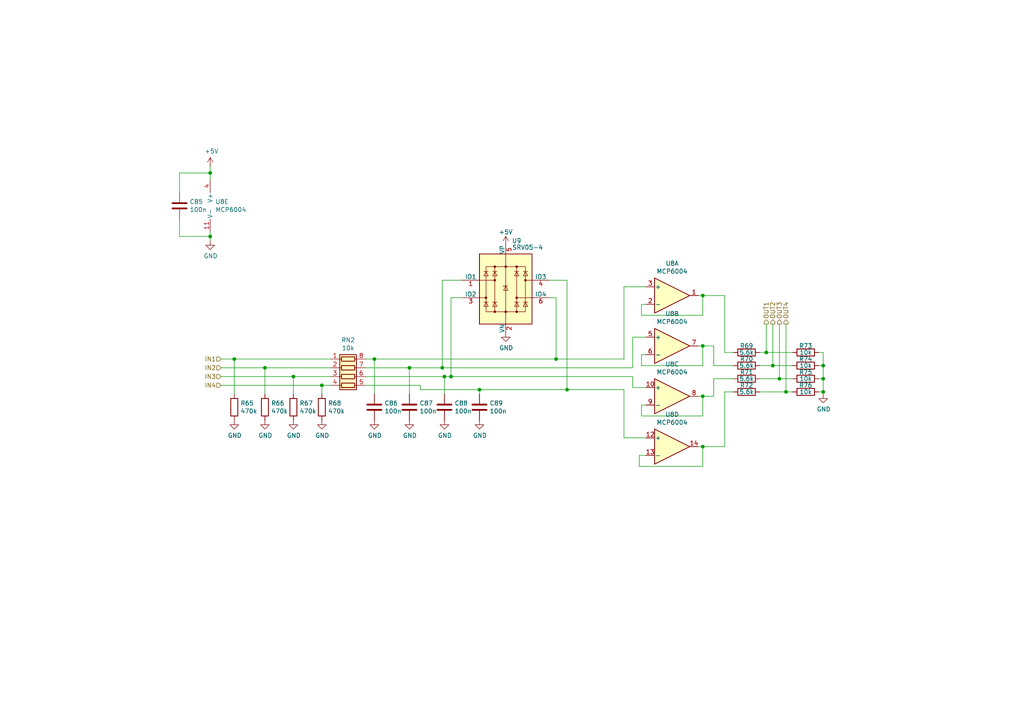
<source format=kicad_sch>
(kicad_sch (version 20231120) (generator "eeschema") (generator_version "8.0")
  (paper "A4")
  (lib_symbols
    (symbol "Amplifier_Operational:MCP6004" (pin_names (offset 0.127))
      (property "Reference" "U" (at 0 5.08 0))
      (property "Value" "MCP6004" (at 0 -5.08 0))
      (symbol "MCP6004_1_1"
        (polyline (pts (xy -5.08 5.08) (xy 5.08 0) (xy -5.08 -5.08) (xy -5.08 5.08)) (stroke (width 0.254)) (fill (type background)))
        (pin output line (at 7.62 0 180) (length 2.54) (name "~") (number "1"))
        (pin input line (at -7.62 -2.54 0) (length 2.54) (name "-") (number "2"))
        (pin input line (at -7.62 2.54 0) (length 2.54) (name "+") (number "3"))
      )
      (symbol "MCP6004_2_1"
        (polyline (pts (xy -5.08 5.08) (xy 5.08 0) (xy -5.08 -5.08) (xy -5.08 5.08)) (stroke (width 0.254)) (fill (type background)))
        (pin input line (at -7.62 2.54 0) (length 2.54) (name "+") (number "5"))
        (pin input line (at -7.62 -2.54 0) (length 2.54) (name "-") (number "6"))
        (pin output line (at 7.62 0 180) (length 2.54) (name "~") (number "7"))
      )
      (symbol "MCP6004_3_1"
        (polyline (pts (xy -5.08 5.08) (xy 5.08 0) (xy -5.08 -5.08) (xy -5.08 5.08)) (stroke (width 0.254)) (fill (type background)))
        (pin input line (at -7.62 2.54 0) (length 2.54) (name "+") (number "10"))
        (pin output line (at 7.62 0 180) (length 2.54) (name "~") (number "8"))
        (pin input line (at -7.62 -2.54 0) (length 2.54) (name "-") (number "9"))
      )
      (symbol "MCP6004_4_1"
        (polyline (pts (xy -5.08 5.08) (xy 5.08 0) (xy -5.08 -5.08) (xy -5.08 5.08)) (stroke (width 0.254)) (fill (type background)))
        (pin input line (at -7.62 2.54 0) (length 2.54) (name "+") (number "12"))
        (pin input line (at -7.62 -2.54 0) (length 2.54) (name "-") (number "13"))
        (pin output line (at 7.62 0 180) (length 2.54) (name "~") (number "14"))
      )
      (symbol "MCP6004_5_1"
        (pin power_in line (at -2.54 -7.62 90) (length 3.81) (name "V-") (number "11"))
        (pin power_in line (at -2.54 7.62 270) (length 3.81) (name "V+") (number "4"))
      )
    )
    (symbol "Device:C" (pin_numbers hide) (pin_names (offset 0.254))
      (property "Reference" "C" (at 0.635 2.54 0))
      (property "Value" "C" (at 0.635 -2.54 0))
      (symbol "C_0_1"
        (polyline (pts (xy -2.032 -0.762) (xy 2.032 -0.762)) (stroke (width 0.508)))
        (polyline (pts (xy -2.032 0.762) (xy 2.032 0.762)) (stroke (width 0.508)))
      )
      (symbol "C_1_1"
        (pin passive line (at 0 3.81 270) (length 2.794) (name "~") (number "1"))
        (pin passive line (at 0 -3.81 90) (length 2.794) (name "~") (number "2"))
      )
    )
    (symbol "Device:R" (pin_numbers hide) (pin_names (offset 0))
      (property "Reference" "R" (at 2.032 0 90))
      (property "Value" "R" (at 0 0 90))
      (symbol "R_0_1"
        (rectangle (start -1.016 -2.54) (end 1.016 2.54) (stroke (width 0.254)))
      )
      (symbol "R_1_1"
        (pin passive line (at 0 3.81 270) (length 1.27) (name "~") (number "1"))
        (pin passive line (at 0 -3.81 90) (length 1.27) (name "~") (number "2"))
      )
    )
    (symbol "Device:R_Pack04" (pin_names (offset 0) hide)
      (property "Reference" "RN" (at -7.62 0 90))
      (property "Value" "R_Pack04" (at 5.08 0 90))
      (symbol "R_Pack04_0_1"
        (rectangle (start -6.35 -2.413) (end 3.81 2.413) (stroke (width 0.254)) (fill (type background)))
        (rectangle (start -5.715 1.905) (end -4.445 -1.905) (stroke (width 0.254)))
        (rectangle (start -3.175 1.905) (end -1.905 -1.905) (stroke (width 0.254)))
        (rectangle (start -0.635 1.905) (end 0.635 -1.905) (stroke (width 0.254)))
        (polyline (pts (xy -5.08 -2.54) (xy -5.08 -1.905)))
        (polyline (pts (xy -5.08 1.905) (xy -5.08 2.54)))
        (polyline (pts (xy -2.54 -2.54) (xy -2.54 -1.905)))
        (polyline (pts (xy -2.54 1.905) (xy -2.54 2.54)))
        (polyline (pts (xy 0 -2.54) (xy 0 -1.905)))
        (polyline (pts (xy 0 1.905) (xy 0 2.54)))
        (polyline (pts (xy 2.54 -2.54) (xy 2.54 -1.905)))
        (polyline (pts (xy 2.54 1.905) (xy 2.54 2.54)))
        (rectangle (start 1.905 1.905) (end 3.175 -1.905) (stroke (width 0.254)))
      )
      (symbol "R_Pack04_1_1"
        (pin passive line (at -5.08 -5.08 90) (length 2.54) (name "R1.1") (number "1"))
        (pin passive line (at -2.54 -5.08 90) (length 2.54) (name "R2.1") (number "2"))
        (pin passive line (at 0 -5.08 90) (length 2.54) (name "R3.1") (number "3"))
        (pin passive line (at 2.54 -5.08 90) (length 2.54) (name "R4.1") (number "4"))
        (pin passive line (at 2.54 5.08 270) (length 2.54) (name "R4.2") (number "5"))
        (pin passive line (at 0 5.08 270) (length 2.54) (name "R3.2") (number "6"))
        (pin passive line (at -2.54 5.08 270) (length 2.54) (name "R2.2") (number "7"))
        (pin passive line (at -5.08 5.08 270) (length 2.54) (name "R1.2") (number "8"))
      )
    )
    (symbol "Power_Protection:SRV05-4" (pin_names (offset 0))
      (property "Reference" "U" (at -5.08 11.43 0))
      (property "Value" "SRV05-4" (at 2.54 11.43 0))
      (symbol "SRV05-4_0_0"
        (rectangle (start -5.715 6.477) (end 5.715 -6.604))
        (polyline (pts (xy -3.175 -6.604) (xy -3.175 6.477)))
        (polyline (pts (xy 3.175 6.477) (xy 3.175 -6.604)))
      )
      (symbol "SRV05-4_0_1"
        (rectangle (start -7.62 10.16) (end 7.62 -10.16) (stroke (width 0.254)) (fill (type background)))
        (circle (center -5.715 -2.54) (radius 0.2794) (fill (type outline)))
        (circle (center -3.175 -6.604) (radius 0.2794) (fill (type outline)))
        (circle (center -3.175 2.54) (radius 0.2794) (fill (type outline)))
        (circle (center -3.175 6.477) (radius 0.2794) (fill (type outline)))
        (circle (center 0 -6.604) (radius 0.2794) (fill (type outline)))
        (polyline (pts (xy -7.747 2.54) (xy -3.175 2.54)))
        (polyline (pts (xy -7.62 -2.54) (xy -5.715 -2.54)))
        (polyline (pts (xy -5.08 -3.81) (xy -6.35 -3.81)))
        (polyline (pts (xy -5.08 5.08) (xy -6.35 5.08)))
        (polyline (pts (xy -2.54 -3.81) (xy -3.81 -3.81)))
        (polyline (pts (xy -2.54 5.08) (xy -3.81 5.08)))
        (polyline (pts (xy 0 10.16) (xy 0 -10.16)))
        (polyline (pts (xy 3.81 -3.81) (xy 2.54 -3.81)))
        (polyline (pts (xy 3.81 5.08) (xy 2.54 5.08)))
        (polyline (pts (xy 6.35 -3.81) (xy 5.08 -3.81)))
        (polyline (pts (xy 6.35 5.08) (xy 5.08 5.08)))
        (polyline (pts (xy 7.62 -2.54) (xy 3.175 -2.54)))
        (polyline (pts (xy 7.62 2.54) (xy 5.715 2.54)))
        (polyline (pts (xy 0.635 0.889) (xy -0.635 0.889) (xy -0.635 0.635)))
        (polyline (pts (xy -5.08 -5.08) (xy -6.35 -5.08) (xy -5.715 -3.81) (xy -5.08 -5.08)))
        (polyline (pts (xy -5.08 3.81) (xy -6.35 3.81) (xy -5.715 5.08) (xy -5.08 3.81)))
        (polyline (pts (xy -2.54 -5.08) (xy -3.81 -5.08) (xy -3.175 -3.81) (xy -2.54 -5.08)))
        (polyline (pts (xy -2.54 3.81) (xy -3.81 3.81) (xy -3.175 5.08) (xy -2.54 3.81)))
        (polyline (pts (xy 0.635 -0.381) (xy -0.635 -0.381) (xy 0 0.889) (xy 0.635 -0.381)))
        (polyline (pts (xy 3.81 -5.08) (xy 2.54 -5.08) (xy 3.175 -3.81) (xy 3.81 -5.08)))
        (polyline (pts (xy 3.81 3.81) (xy 2.54 3.81) (xy 3.175 5.08) (xy 3.81 3.81)))
        (polyline (pts (xy 6.35 -5.08) (xy 5.08 -5.08) (xy 5.715 -3.81) (xy 6.35 -5.08)))
        (polyline (pts (xy 6.35 3.81) (xy 5.08 3.81) (xy 5.715 5.08) (xy 6.35 3.81)))
        (circle (center 0 6.477) (radius 0.2794) (fill (type outline)))
        (circle (center 3.175 -6.604) (radius 0.2794) (fill (type outline)))
        (circle (center 3.175 -2.54) (radius 0.2794) (fill (type outline)))
        (circle (center 3.175 6.477) (radius 0.2794) (fill (type outline)))
        (circle (center 5.715 2.54) (radius 0.2794) (fill (type outline)))
      )
      (symbol "SRV05-4_1_1"
        (pin passive line (at -12.7 2.54 0) (length 5.08) (name "IO1") (number "1"))
        (pin passive line (at 0 -12.7 90) (length 2.54) (name "VN") (number "2"))
        (pin passive line (at -12.7 -2.54 0) (length 5.08) (name "IO2") (number "3"))
        (pin passive line (at 12.7 2.54 180) (length 5.08) (name "IO3") (number "4"))
        (pin passive line (at 0 12.7 270) (length 2.54) (name "VP") (number "5"))
        (pin passive line (at 12.7 -2.54 180) (length 5.08) (name "IO4") (number "6"))
      )
    )
    (symbol "power:+5V" (power) (pin_names (offset 0))
      (property "Value" "+5V" (at 0 3.556 0))
      (symbol "+5V_0_1"
        (polyline (pts (xy -0.762 1.27) (xy 0 2.54)))
        (polyline (pts (xy 0 0) (xy 0 2.54)))
        (polyline (pts (xy 0 2.54) (xy 0.762 1.27)))
      )
      (symbol "+5V_1_1"
        (pin power_in line (at 0 0 90) (length 0) hide (name "+5V") (number "1"))
      )
    )
    (symbol "power:GND" (power) (pin_names (offset 0))
      (property "Value" "GND" (at 0 -3.81 0))
      (symbol "GND_0_1"
        (polyline (pts (xy 0 0) (xy 0 -1.27) (xy 1.27 -1.27) (xy 0 -2.54) (xy -1.27 -1.27) (xy 0 -1.27)))
      )
      (symbol "GND_1_1"
        (pin power_in line (at 0 0 270) (length 0) hide (name "GND") (number "1"))
      )
    )
  )
  (junction (at 60.96 68.58))
  (junction (at 227.965 113.665))
  (junction (at 203.835 85.725))
  (junction (at 85.09 109.22))
  (junction (at 128.905 109.22))
  (junction (at 222.25 102.235))
  (junction (at 128.27 106.68))
  (junction (at 203.835 129.54))
  (junction (at 226.06 109.855))
  (junction (at 203.835 100.33))
  (junction (at 238.76 113.665))
  (junction (at 238.76 109.855))
  (junction (at 118.745 106.68))
  (junction (at 161.29 104.14))
  (junction (at 130.81 109.22))
  (junction (at 76.835 106.68))
  (junction (at 67.945 104.14))
  (junction (at 108.585 104.14))
  (junction (at 238.76 106.045))
  (junction (at 224.155 106.045))
  (junction (at 139.065 113.03))
  (junction (at 60.96 50.165))
  (junction (at 93.345 111.76))
  (junction (at 164.465 113.03))
  (junction (at 203.835 114.935))
  (wire (pts (xy 60.96 69.85) (xy 60.96 68.58)))
  (wire (pts (xy 85.09 109.22) (xy 85.09 114.3)))
  (wire (pts (xy 210.185 129.54) (xy 203.835 129.54)))
  (wire (pts (xy 164.465 81.28) (xy 164.465 113.03)))
  (wire (pts (xy 161.29 86.36) (xy 161.29 104.14)))
  (wire (pts (xy 224.155 93.98) (xy 224.155 106.045)))
  (wire (pts (xy 133.985 81.28) (xy 128.27 81.28)))
  (wire (pts (xy 161.29 104.14) (xy 180.975 104.14)))
  (wire (pts (xy 238.76 102.235) (xy 238.76 106.045)))
  (wire (pts (xy 186.055 102.87) (xy 186.055 106.045)))
  (wire (pts (xy 212.725 102.235) (xy 210.185 102.235)))
  (wire (pts (xy 227.965 113.665) (xy 227.965 93.98)))
  (wire (pts (xy 128.27 106.68) (xy 183.515 106.68)))
  (wire (pts (xy 207.01 114.935) (xy 207.01 109.855)))
  (wire (pts (xy 185.42 135.255) (xy 203.835 135.255)))
  (wire (pts (xy 93.345 114.3) (xy 93.345 111.76)))
  (wire (pts (xy 238.76 114.3) (xy 238.76 113.665)))
  (wire (pts (xy 93.345 111.76) (xy 64.135 111.76)))
  (wire (pts (xy 186.055 106.045) (xy 203.835 106.045)))
  (wire (pts (xy 210.185 102.235) (xy 210.185 85.725)))
  (wire (pts (xy 130.81 109.22) (xy 183.515 109.22)))
  (wire (pts (xy 186.055 117.475) (xy 186.055 120.65)))
  (wire (pts (xy 180.975 113.03) (xy 180.975 127)))
  (wire (pts (xy 139.065 113.03) (xy 164.465 113.03)))
  (wire (pts (xy 207.01 109.855) (xy 212.725 109.855)))
  (wire (pts (xy 60.96 50.165) (xy 60.96 52.07)))
  (wire (pts (xy 121.92 111.76) (xy 121.92 113.03)))
  (wire (pts (xy 203.835 106.045) (xy 203.835 100.33)))
  (wire (pts (xy 238.76 113.665) (xy 238.76 109.855)))
  (wire (pts (xy 226.06 109.855) (xy 229.87 109.855)))
  (wire (pts (xy 128.905 109.22) (xy 130.81 109.22)))
  (wire (pts (xy 207.01 100.33) (xy 207.01 106.045)))
  (wire (pts (xy 226.06 93.98) (xy 226.06 109.855)))
  (wire (pts (xy 52.07 68.58) (xy 52.07 63.5)))
  (wire (pts (xy 187.325 88.265) (xy 186.055 88.265)))
  (wire (pts (xy 108.585 114.3) (xy 108.585 104.14)))
  (wire (pts (xy 237.49 102.235) (xy 238.76 102.235)))
  (wire (pts (xy 60.96 48.26) (xy 60.96 50.165)))
  (wire (pts (xy 180.975 104.14) (xy 180.975 83.185)))
  (wire (pts (xy 185.42 132.08) (xy 185.42 135.255)))
  (wire (pts (xy 186.055 91.44) (xy 203.835 91.44)))
  (wire (pts (xy 139.065 114.3) (xy 139.065 113.03)))
  (wire (pts (xy 227.965 113.665) (xy 220.345 113.665)))
  (wire (pts (xy 203.835 114.935) (xy 202.565 114.935)))
  (wire (pts (xy 203.835 100.33) (xy 207.01 100.33)))
  (wire (pts (xy 108.585 104.14) (xy 106.045 104.14)))
  (wire (pts (xy 67.945 104.14) (xy 67.945 114.3)))
  (wire (pts (xy 203.835 129.54) (xy 202.565 129.54)))
  (wire (pts (xy 52.07 50.165) (xy 60.96 50.165)))
  (wire (pts (xy 76.835 114.3) (xy 76.835 106.68)))
  (wire (pts (xy 212.725 113.665) (xy 210.185 113.665)))
  (wire (pts (xy 238.76 109.855) (xy 238.76 106.045)))
  (wire (pts (xy 238.76 109.855) (xy 237.49 109.855)))
  (wire (pts (xy 220.345 109.855) (xy 226.06 109.855)))
  (wire (pts (xy 60.96 68.58) (xy 52.07 68.58)))
  (wire (pts (xy 187.325 102.87) (xy 186.055 102.87)))
  (wire (pts (xy 76.835 106.68) (xy 64.135 106.68)))
  (wire (pts (xy 159.385 86.36) (xy 161.29 86.36)))
  (wire (pts (xy 187.325 117.475) (xy 186.055 117.475)))
  (wire (pts (xy 52.07 55.88) (xy 52.07 50.165)))
  (wire (pts (xy 207.01 106.045) (xy 212.725 106.045)))
  (wire (pts (xy 203.835 114.935) (xy 207.01 114.935)))
  (wire (pts (xy 106.045 109.22) (xy 128.905 109.22)))
  (wire (pts (xy 108.585 104.14) (xy 161.29 104.14)))
  (wire (pts (xy 203.835 91.44) (xy 203.835 85.725)))
  (wire (pts (xy 183.515 97.79) (xy 183.515 106.68)))
  (wire (pts (xy 64.135 104.14) (xy 67.945 104.14)))
  (wire (pts (xy 130.81 86.36) (xy 130.81 109.22)))
  (wire (pts (xy 186.055 120.65) (xy 203.835 120.65)))
  (wire (pts (xy 203.835 85.725) (xy 202.565 85.725)))
  (wire (pts (xy 229.87 106.045) (xy 224.155 106.045)))
  (wire (pts (xy 118.745 106.68) (xy 128.27 106.68)))
  (wire (pts (xy 76.835 106.68) (xy 95.885 106.68)))
  (wire (pts (xy 64.135 109.22) (xy 85.09 109.22)))
  (wire (pts (xy 121.92 113.03) (xy 139.065 113.03)))
  (wire (pts (xy 186.055 88.265) (xy 186.055 91.44)))
  (wire (pts (xy 203.835 100.33) (xy 202.565 100.33)))
  (wire (pts (xy 229.87 113.665) (xy 227.965 113.665)))
  (wire (pts (xy 133.985 86.36) (xy 130.81 86.36)))
  (wire (pts (xy 222.25 102.235) (xy 229.87 102.235)))
  (wire (pts (xy 210.185 85.725) (xy 203.835 85.725)))
  (wire (pts (xy 60.96 68.58) (xy 60.96 67.31)))
  (wire (pts (xy 95.885 109.22) (xy 85.09 109.22)))
  (wire (pts (xy 164.465 113.03) (xy 180.975 113.03)))
  (wire (pts (xy 180.975 127) (xy 187.325 127)))
  (wire (pts (xy 180.975 83.185) (xy 187.325 83.185)))
  (wire (pts (xy 220.345 102.235) (xy 222.25 102.235)))
  (wire (pts (xy 183.515 109.22) (xy 183.515 112.395)))
  (wire (pts (xy 187.325 97.79) (xy 183.515 97.79)))
  (wire (pts (xy 222.25 102.235) (xy 222.25 93.98)))
  (wire (pts (xy 238.76 106.045) (xy 237.49 106.045)))
  (wire (pts (xy 159.385 81.28) (xy 164.465 81.28)))
  (wire (pts (xy 238.76 113.665) (xy 237.49 113.665)))
  (wire (pts (xy 203.835 135.255) (xy 203.835 129.54)))
  (wire (pts (xy 203.835 120.65) (xy 203.835 114.935)))
  (wire (pts (xy 93.345 111.76) (xy 95.885 111.76)))
  (wire (pts (xy 106.045 106.68) (xy 118.745 106.68)))
  (wire (pts (xy 128.905 109.22) (xy 128.905 114.3)))
  (wire (pts (xy 128.27 81.28) (xy 128.27 106.68)))
  (wire (pts (xy 187.325 132.08) (xy 185.42 132.08)))
  (wire (pts (xy 67.945 104.14) (xy 95.885 104.14)))
  (wire (pts (xy 118.745 106.68) (xy 118.745 114.3)))
  (wire (pts (xy 224.155 106.045) (xy 220.345 106.045)))
  (wire (pts (xy 183.515 112.395) (xy 187.325 112.395)))
  (wire (pts (xy 210.185 113.665) (xy 210.185 129.54)))
  (wire (pts (xy 106.045 111.76) (xy 121.92 111.76)))
  (hierarchical_label "OUT1" (shape output) (at 222.25 93.98 90))
  (hierarchical_label "OUT3" (shape output) (at 226.06 93.98 90))
  (hierarchical_label "IN3" (shape input) (at 64.135 109.22 180))
  (hierarchical_label "OUT2" (shape output) (at 224.155 93.98 90))
  (hierarchical_label "IN4" (shape input) (at 64.135 111.76 180))
  (hierarchical_label "OUT4" (shape output) (at 227.965 93.98 90))
  (hierarchical_label "IN1" (shape input) (at 64.135 104.14 180))
  (hierarchical_label "IN2" (shape input) (at 64.135 106.68 180))
  (symbol (lib_id "power:GND") (at 139.065 121.92 0) (unit 1)
    (property "Reference" "#PWR0163" (effects (hide yes)))
    (property "Value" "GND" (at 139.192 126.3142 0))
    (instances (project "ECUGDI" (path "" (reference "#PWR0163") (unit 1)) (path "" (reference "#PWR0150") (unit 1)) (path "" (reference "#PWR0176") (unit 1))) (project "proteus" (path "" (reference "#PWR0713") (unit 1)) (path "" (reference "#PWR0813") (unit 1)) (path "" (reference "#PWR0913") (unit 1)) (path "" (reference "#PWR?") (unit 1))))
  )
  (symbol (lib_id "Device:R") (at 85.09 118.11 0) (unit 1)
    (property "Reference" "R67" (at 86.868 116.9416 0) (effects (justify left)))
    (property "Value" "470k" (at 86.868 119.253 0) (effects (justify left)))
    (property "Footprint" "Resistor_SMD:R_0402_1005Metric" (effects (hide yes)))
    (property "LCSC" "C25790" (effects (hide yes)))
    (property "PN" "RC0402FR-07470KL" (effects (hide yes)))
    (instances (project "ECUGDI" (path "" (reference "R67") (unit 1)) (path "" (reference "R55") (unit 1)) (path "" (reference "R79") (unit 1))) (project "proteus" (path "" (reference "R703") (unit 1)) (path "" (reference "R803") (unit 1)) (path "" (reference "R903") (unit 1)) (path "" (reference "R?") (unit 1))))
  )
  (symbol (lib_id "Device:R") (at 233.68 113.665 270) (unit 1)
    (property "Reference" "R76" (at 233.68 111.76 90))
    (property "Value" "10k" (at 233.68 113.665 90))
    (property "Footprint" "Resistor_SMD:R_0402_1005Metric" (effects (hide yes)))
    (property "LCSC" "C25744" (effects (hide yes)))
    (property "PN" "RC0402FR-0710KL" (effects (hide yes)))
    (instances (project "ECUGDI" (path "" (reference "R76") (unit 1)) (path "" (reference "R64") (unit 1)) (path "" (reference "R88") (unit 1))) (project "proteus" (path "" (reference "R8") (unit 1)) (path "" (reference "R16") (unit 1)) (path "" (reference "R24") (unit 1))))
  )
  (symbol (lib_id "Device:R") (at 67.945 118.11 0) (unit 1)
    (property "Reference" "R65" (at 69.723 116.9416 0) (effects (justify left)))
    (property "Value" "470k" (at 69.723 119.253 0) (effects (justify left)))
    (property "Footprint" "Resistor_SMD:R_0402_1005Metric" (effects (hide yes)))
    (property "LCSC" "C25790" (effects (hide yes)))
    (property "PN" "RC0402FR-07470KL" (effects (hide yes)))
    (instances (project "ECUGDI" (path "" (reference "R65") (unit 1)) (path "" (reference "R53") (unit 1)) (path "" (reference "R77") (unit 1))) (project "proteus" (path "" (reference "R701") (unit 1)) (path "" (reference "R801") (unit 1)) (path "" (reference "R901") (unit 1)) (path "" (reference "R?") (unit 1))))
  )
  (symbol (lib_id "Device:R_Pack04") (at 100.965 109.22 270) (unit 1)
    (property "Reference" "RN2" (at 100.965 98.6282 90))
    (property "Value" "10k" (at 100.965 100.9396 90))
    (property "Footprint" "Resistor_SMD:R_Array_Convex_4x0603" (effects (hide yes)))
    (property "LCSC" "C29718" (effects (hide yes)))
    (property "PN" "YC164-JR-0710KL" (effects (hide yes)))
    (instances (project "ECUGDI" (path "" (reference "RN2") (unit 1)) (path "" (reference "RN1") (unit 1)) (path "" (reference "RN3") (unit 1))) (project "proteus" (path "" (reference "RN701") (unit 1)) (path "" (reference "RN801") (unit 1)) (path "" (reference "RN901") (unit 1)) (path "" (reference "RN?") (unit 1))))
  )
  (symbol (lib_id "Amplifier_Operational:MCP6004") (at 194.945 129.54 0) (unit 4)
    (property "Reference" "U8" (at 194.945 120.2182 0))
    (property "Value" "MCP6004" (at 194.945 122.5296 0))
    (property "Footprint" "Package_SO:TSSOP-14_4.4x5mm_P0.65mm" (effects (hide yes)))
    (property "Datasheet" "http://ww1.microchip.com/downloads/en/DeviceDoc/21733j.pdf" (effects (hide yes)))
    (property "LCSC" "C50282" (effects (hide yes)))
    (property "PN" "MCP6004T-I/ST" (effects (hide yes)))
    (instances (project "ECUGDI" (path "" (reference "U8") (unit 4)) (path "" (reference "U6") (unit 4)) (path "" (reference "U10") (unit 4))) (project "proteus" (path "" (reference "U701") (unit 4)) (path "" (reference "U801") (unit 4)) (path "" (reference "U901") (unit 4)) (path "" (reference "U?") (unit 4))))
  )
  (symbol (lib_id "power:GND") (at 67.945 121.92 0) (unit 1)
    (property "Reference" "#PWR0156" (effects (hide yes)))
    (property "Value" "GND" (at 68.072 126.3142 0))
    (instances (project "ECUGDI" (path "" (reference "#PWR0156") (unit 1)) (path "" (reference "#PWR0143") (unit 1)) (path "" (reference "#PWR0169") (unit 1))) (project "proteus" (path "" (reference "#PWR0706") (unit 1)) (path "" (reference "#PWR0806") (unit 1)) (path "" (reference "#PWR0906") (unit 1)) (path "" (reference "#PWR?") (unit 1))))
  )
  (symbol (lib_id "power:GND") (at 146.685 96.52 0) (unit 1)
    (property "Reference" "#PWR0165" (effects (hide yes)))
    (property "Value" "GND" (at 146.812 100.9142 0))
    (instances (project "ECUGDI" (path "" (reference "#PWR0165") (unit 1)) (path "" (reference "#PWR0152") (unit 1)) (path "" (reference "#PWR0178") (unit 1))) (project "proteus" (path "" (reference "#PWR0215") (unit 1)) (path "" (reference "#PWR0242") (unit 1)) (path "" (reference "#PWR0270") (unit 1)) (path "" (reference "#PWR?") (unit 1))))
  )
  (symbol (lib_id "Device:C") (at 108.585 118.11 0) (unit 1)
    (property "Reference" "C86" (at 111.506 116.9416 0) (effects (justify left)))
    (property "Value" "100n" (at 111.506 119.253 0) (effects (justify left)))
    (property "Footprint" "Capacitor_SMD:C_0402_1005Metric" (effects (hide yes)))
    (property "LCSC" "C1525" (effects (hide yes)))
    (property "PN" "CL05B104KO5NNNC" (effects (hide yes)))
    (instances (project "ECUGDI" (path "" (reference "C86") (unit 1)) (path "" (reference "C81") (unit 1)) (path "" (reference "C91") (unit 1))) (project "proteus" (path "" (reference "C1") (unit 1)) (path "" (reference "C5") (unit 1)) (path "" (reference "C9") (unit 1))))
  )
  (symbol (lib_id "power:GND") (at 128.905 121.92 0) (unit 1)
    (property "Reference" "#PWR0162" (effects (hide yes)))
    (property "Value" "GND" (at 129.032 126.3142 0))
    (instances (project "ECUGDI" (path "" (reference "#PWR0162") (unit 1)) (path "" (reference "#PWR0149") (unit 1)) (path "" (reference "#PWR0175") (unit 1))) (project "proteus" (path "" (reference "#PWR0712") (unit 1)) (path "" (reference "#PWR0812") (unit 1)) (path "" (reference "#PWR0912") (unit 1)) (path "" (reference "#PWR?") (unit 1))))
  )
  (symbol (lib_id "Device:R") (at 233.68 106.045 270) (unit 1)
    (property "Reference" "R74" (at 233.68 104.14 90))
    (property "Value" "10k" (at 233.68 106.045 90))
    (property "Footprint" "Resistor_SMD:R_0402_1005Metric" (effects (hide yes)))
    (property "LCSC" "C25744" (effects (hide yes)))
    (property "PN" "RC0402FR-0710KL" (effects (hide yes)))
    (instances (project "ECUGDI" (path "" (reference "R74") (unit 1)) (path "" (reference "R62") (unit 1)) (path "" (reference "R86") (unit 1))) (project "proteus" (path "" (reference "R6") (unit 1)) (path "" (reference "R14") (unit 1)) (path "" (reference "R22") (unit 1))))
  )
  (symbol (lib_id "power:GND") (at 93.345 121.92 0) (unit 1)
    (property "Reference" "#PWR0159" (effects (hide yes)))
    (property "Value" "GND" (at 93.472 126.3142 0))
    (instances (project "ECUGDI" (path "" (reference "#PWR0159") (unit 1)) (path "" (reference "#PWR0146") (unit 1)) (path "" (reference "#PWR0172") (unit 1))) (project "proteus" (path "" (reference "#PWR0709") (unit 1)) (path "" (reference "#PWR0809") (unit 1)) (path "" (reference "#PWR0909") (unit 1)) (path "" (reference "#PWR?") (unit 1))))
  )
  (symbol (lib_id "Amplifier_Operational:MCP6004") (at 63.5 59.69 0) (unit 5)
    (property "Reference" "U8" (at 62.4332 58.5216 0) (effects (justify left)))
    (property "Value" "MCP6004" (at 62.4332 60.833 0) (effects (justify left)))
    (property "Footprint" "Package_SO:TSSOP-14_4.4x5mm_P0.65mm" (effects (hide yes)))
    (property "Datasheet" "http://ww1.microchip.com/downloads/en/DeviceDoc/21733j.pdf" (effects (hide yes)))
    (property "PN" "MCP6004T-I/ST" (effects (hide yes)))
    (property "LCSC" "C50282" (effects (hide yes)))
    (instances (project "ECUGDI" (path "" (reference "U8") (unit 5)) (path "" (reference "U6") (unit 5)) (path "" (reference "U10") (unit 5))) (project "proteus" (path "" (reference "U701") (unit 5)) (path "" (reference "U801") (unit 5)) (path "" (reference "U901") (unit 5)) (path "" (reference "U?") (unit 5))))
  )
  (symbol (lib_id "power:GND") (at 76.835 121.92 0) (unit 1)
    (property "Reference" "#PWR0157" (effects (hide yes)))
    (property "Value" "GND" (at 76.962 126.3142 0))
    (instances (project "ECUGDI" (path "" (reference "#PWR0157") (unit 1)) (path "" (reference "#PWR0144") (unit 1)) (path "" (reference "#PWR0170") (unit 1))) (project "proteus" (path "" (reference "#PWR0707") (unit 1)) (path "" (reference "#PWR0807") (unit 1)) (path "" (reference "#PWR0907") (unit 1)) (path "" (reference "#PWR?") (unit 1))))
  )
  (symbol (lib_id "power:+5V") (at 60.96 48.26 0) (unit 1)
    (property "Reference" "#PWR0154" (effects (hide yes)))
    (property "Value" "+5V" (at 61.341 43.8658 0))
    (instances (project "ECUGDI" (path "" (reference "#PWR0154") (unit 1)) (path "" (reference "#PWR0141") (unit 1)) (path "" (reference "#PWR0167") (unit 1))) (project "proteus" (path "" (reference "#PWR0212") (unit 1)) (path "" (reference "#PWR0213") (unit 1)) (path "" (reference "#PWR0214") (unit 1)) (path "" (reference "#PWR?") (unit 1))))
  )
  (symbol (lib_id "power:GND") (at 60.96 69.85 0) (unit 1)
    (property "Reference" "#PWR0155" (effects (hide yes)))
    (property "Value" "GND" (at 61.087 74.2442 0))
    (instances (project "ECUGDI" (path "" (reference "#PWR0155") (unit 1)) (path "" (reference "#PWR0142") (unit 1)) (path "" (reference "#PWR0168") (unit 1))) (project "proteus" (path "" (reference "#PWR0702") (unit 1)) (path "" (reference "#PWR0802") (unit 1)) (path "" (reference "#PWR0902") (unit 1)) (path "" (reference "#PWR?") (unit 1))))
  )
  (symbol (lib_id "Device:R") (at 93.345 118.11 0) (unit 1)
    (property "Reference" "R68" (at 95.123 116.9416 0) (effects (justify left)))
    (property "Value" "470k" (at 95.123 119.253 0) (effects (justify left)))
    (property "Footprint" "Resistor_SMD:R_0402_1005Metric" (effects (hide yes)))
    (property "LCSC" "C25790" (effects (hide yes)))
    (property "PN" "RC0402FR-07470KL" (effects (hide yes)))
    (instances (project "ECUGDI" (path "" (reference "R68") (unit 1)) (path "" (reference "R56") (unit 1)) (path "" (reference "R80") (unit 1))) (project "proteus" (path "" (reference "R704") (unit 1)) (path "" (reference "R804") (unit 1)) (path "" (reference "R904") (unit 1)) (path "" (reference "R?") (unit 1))))
  )
  (symbol (lib_id "power:GND") (at 108.585 121.92 0) (unit 1)
    (property "Reference" "#PWR0160" (effects (hide yes)))
    (property "Value" "GND" (at 108.712 126.3142 0))
    (instances (project "ECUGDI" (path "" (reference "#PWR0160") (unit 1)) (path "" (reference "#PWR0147") (unit 1)) (path "" (reference "#PWR0173") (unit 1))) (project "proteus" (path "" (reference "#PWR0710") (unit 1)) (path "" (reference "#PWR0810") (unit 1)) (path "" (reference "#PWR0910") (unit 1)) (path "" (reference "#PWR?") (unit 1))))
  )
  (symbol (lib_id "Device:R") (at 233.68 109.855 270) (unit 1)
    (property "Reference" "R75" (at 233.68 107.95 90))
    (property "Value" "10k" (at 233.68 109.855 90))
    (property "Footprint" "Resistor_SMD:R_0402_1005Metric" (effects (hide yes)))
    (property "LCSC" "C25744" (effects (hide yes)))
    (property "Поле5" "RC0402FR-0710KL" (effects (hide yes)))
    (property "PN" " 0402WGF1002TCE" (effects (hide yes)))
    (instances (project "ECUGDI" (path "" (reference "R75") (unit 1)) (path "" (reference "R63") (unit 1)) (path "" (reference "R87") (unit 1))) (project "proteus" (path "" (reference "R7") (unit 1)) (path "" (reference "R15") (unit 1)) (path "" (reference "R23") (unit 1))))
  )
  (symbol (lib_id "power:GND") (at 85.09 121.92 0) (unit 1)
    (property "Reference" "#PWR0158" (effects (hide yes)))
    (property "Value" "GND" (at 85.217 126.3142 0))
    (instances (project "ECUGDI" (path "" (reference "#PWR0158") (unit 1)) (path "" (reference "#PWR0145") (unit 1)) (path "" (reference "#PWR0171") (unit 1))) (project "proteus" (path "" (reference "#PWR0708") (unit 1)) (path "" (reference "#PWR0808") (unit 1)) (path "" (reference "#PWR0908") (unit 1)) (path "" (reference "#PWR?") (unit 1))))
  )
  (symbol (lib_id "Device:R") (at 216.535 109.855 270) (unit 1)
    (property "Reference" "R71" (at 216.535 107.95 90))
    (property "Value" "5.6k" (at 216.535 109.855 90))
    (property "Footprint" "Resistor_SMD:R_0402_1005Metric" (effects (hide yes)))
    (property "LCSC" "C25908" (effects (hide yes)))
    (property "PN" "RC0402FR-075K6L" (effects (hide yes)))
    (instances (project "ECUGDI" (path "" (reference "R71") (unit 1)) (path "" (reference "R59") (unit 1)) (path "" (reference "R83") (unit 1))) (project "proteus" (path "" (reference "R3") (unit 1)) (path "" (reference "R11") (unit 1)) (path "" (reference "R19") (unit 1))))
  )
  (symbol (lib_id "Device:R") (at 216.535 102.235 270) (unit 1)
    (property "Reference" "R69" (at 216.535 100.33 90))
    (property "Value" "5.6k" (at 216.535 102.235 90))
    (property "Footprint" "Resistor_SMD:R_0402_1005Metric" (effects (hide yes)))
    (property "LCSC" "C25908" (effects (hide yes)))
    (property "PN" "RC0402FR-075K6L" (effects (hide yes)))
    (instances (project "ECUGDI" (path "" (reference "R69") (unit 1)) (path "" (reference "R57") (unit 1)) (path "" (reference "R81") (unit 1))) (project "proteus" (path "" (reference "R1") (unit 1)) (path "" (reference "R9") (unit 1)) (path "" (reference "R17") (unit 1))))
  )
  (symbol (lib_id "Amplifier_Operational:MCP6004") (at 194.945 100.33 0) (unit 2)
    (property "Reference" "U8" (at 194.945 91.0082 0))
    (property "Value" "MCP6004" (at 194.945 93.3196 0))
    (property "Footprint" "Package_SO:TSSOP-14_4.4x5mm_P0.65mm" (effects (hide yes)))
    (property "Datasheet" "http://ww1.microchip.com/downloads/en/DeviceDoc/21733j.pdf" (effects (hide yes)))
    (property "LCSC" "C50282" (effects (hide yes)))
    (property "PN" "MCP6004T-I/ST" (effects (hide yes)))
    (instances (project "ECUGDI" (path "" (reference "U8") (unit 2)) (path "" (reference "U6") (unit 2)) (path "" (reference "U10") (unit 2))) (project "proteus" (path "" (reference "U701") (unit 2)) (path "" (reference "U801") (unit 2)) (path "" (reference "U901") (unit 2)) (path "" (reference "U?") (unit 2))))
  )
  (symbol (lib_id "Device:C") (at 118.745 118.11 0) (unit 1)
    (property "Reference" "C87" (at 121.666 116.9416 0) (effects (justify left)))
    (property "Value" "100n" (at 121.666 119.253 0) (effects (justify left)))
    (property "Footprint" "Capacitor_SMD:C_0402_1005Metric" (effects (hide yes)))
    (property "LCSC" "C1525" (effects (hide yes)))
    (property "PN" "CL05B104KO5NNNC" (effects (hide yes)))
    (instances (project "ECUGDI" (path "" (reference "C87") (unit 1)) (path "" (reference "C82") (unit 1)) (path "" (reference "C92") (unit 1))) (project "proteus" (path "" (reference "C2") (unit 1)) (path "" (reference "C6") (unit 1)) (path "" (reference "C10") (unit 1))))
  )
  (symbol (lib_id "Device:C") (at 128.905 118.11 0) (unit 1)
    (property "Reference" "C88" (at 131.826 116.9416 0) (effects (justify left)))
    (property "Value" "100n" (at 131.826 119.253 0) (effects (justify left)))
    (property "Footprint" "Capacitor_SMD:C_0402_1005Metric" (effects (hide yes)))
    (property "LCSC" "C1525" (effects (hide yes)))
    (property "PN" "CL05B104KO5NNNC" (effects (hide yes)))
    (instances (project "ECUGDI" (path "" (reference "C88") (unit 1)) (path "" (reference "C83") (unit 1)) (path "" (reference "C93") (unit 1))) (project "proteus" (path "" (reference "C3") (unit 1)) (path "" (reference "C7") (unit 1)) (path "" (reference "C11") (unit 1))))
  )
  (symbol (lib_id "Device:R") (at 216.535 106.045 270) (unit 1)
    (property "Reference" "R70" (at 216.535 104.14 90))
    (property "Value" "5.6k" (at 216.535 106.045 90))
    (property "Footprint" "Resistor_SMD:R_0402_1005Metric" (effects (hide yes)))
    (property "LCSC" "C25908" (effects (hide yes)))
    (property "PN" "RC0402FR-075K6L" (effects (hide yes)))
    (instances (project "ECUGDI" (path "" (reference "R70") (unit 1)) (path "" (reference "R58") (unit 1)) (path "" (reference "R82") (unit 1))) (project "proteus" (path "" (reference "R2") (unit 1)) (path "" (reference "R10") (unit 1)) (path "" (reference "R18") (unit 1))))
  )
  (symbol (lib_id "Amplifier_Operational:MCP6004") (at 194.945 114.935 0) (unit 3)
    (property "Reference" "U8" (at 194.945 105.6132 0))
    (property "Value" "MCP6004" (at 194.945 107.9246 0))
    (property "Footprint" "Package_SO:TSSOP-14_4.4x5mm_P0.65mm" (effects (hide yes)))
    (property "Datasheet" "http://ww1.microchip.com/downloads/en/DeviceDoc/21733j.pdf" (effects (hide yes)))
    (property "LCSC" "C50282" (effects (hide yes)))
    (property "PN" "MCP6004T-I/ST" (effects (hide yes)))
    (instances (project "ECUGDI" (path "" (reference "U8") (unit 3)) (path "" (reference "U6") (unit 3)) (path "" (reference "U10") (unit 3))) (project "proteus" (path "" (reference "U701") (unit 3)) (path "" (reference "U801") (unit 3)) (path "" (reference "U901") (unit 3)) (path "" (reference "U?") (unit 3))))
  )
  (symbol (lib_id "Device:R") (at 233.68 102.235 270) (unit 1)
    (property "Reference" "R73" (at 233.68 100.33 90))
    (property "Value" "10k" (at 233.68 102.235 90))
    (property "Footprint" "Resistor_SMD:R_0402_1005Metric" (effects (hide yes)))
    (property "LCSC" "C25744" (effects (hide yes)))
    (property "PN" "RC0402FR-0710KL" (effects (hide yes)))
    (instances (project "ECUGDI" (path "" (reference "R73") (unit 1)) (path "" (reference "R61") (unit 1)) (path "" (reference "R85") (unit 1))) (project "proteus" (path "" (reference "R5") (unit 1)) (path "" (reference "R13") (unit 1)) (path "" (reference "R21") (unit 1))))
  )
  (symbol (lib_id "power:GND") (at 238.76 114.3 0) (unit 1)
    (property "Reference" "#PWR0166" (effects (hide yes)))
    (property "Value" "GND" (at 238.887 118.6942 0))
    (instances (project "ECUGDI" (path "" (reference "#PWR0166") (unit 1)) (path "" (reference "#PWR0153") (unit 1)) (path "" (reference "#PWR0179") (unit 1))) (project "proteus" (path "" (reference "#PWR0705") (unit 1)) (path "" (reference "#PWR0805") (unit 1)) (path "" (reference "#PWR0905") (unit 1)) (path "" (reference "#PWR?") (unit 1))))
  )
  (symbol (lib_id "Device:C") (at 52.07 59.69 0) (unit 1)
    (property "Reference" "C85" (at 54.991 58.5216 0) (effects (justify left)))
    (property "Value" "100n" (at 54.991 60.833 0) (effects (justify left)))
    (property "Footprint" "Capacitor_SMD:C_0603_1608Metric" (effects (hide yes)))
    (property "LCSC" "C14663" (effects (hide yes)))
    (property "PN" "CC0603KRX7R9BB104" (effects (hide yes)))
    (instances (project "ECUGDI" (path "" (reference "C85") (unit 1)) (path "" (reference "C80") (unit 1)) (path "" (reference "C90") (unit 1))) (project "proteus" (path "" (reference "C701") (unit 1)) (path "" (reference "C801") (unit 1)) (path "" (reference "C901") (unit 1)) (path "" (reference "C?") (unit 1))))
  )
  (symbol (lib_id "power:+5V") (at 146.685 71.12 0) (unit 1)
    (property "Reference" "#PWR0164" (effects (hide yes)))
    (property "Value" "+5V" (at 146.685 67.31 0))
    (instances (project "ECUGDI" (path "" (reference "#PWR0164") (unit 1)) (path "" (reference "#PWR0151") (unit 1)) (path "" (reference "#PWR0177") (unit 1))) (project "proteus" (path "" (reference "#PWR0216") (unit 1)) (path "" (reference "#PWR0269") (unit 1)) (path "" (reference "#PWR0271") (unit 1)) (path "" (reference "#PWR?") (unit 1))))
  )
  (symbol (lib_id "Amplifier_Operational:MCP6004") (at 194.945 85.725 0) (unit 1)
    (property "Reference" "U8" (at 194.945 76.4032 0))
    (property "Value" "MCP6004" (at 194.945 78.7146 0))
    (property "Footprint" "Package_SO:TSSOP-14_4.4x5mm_P0.65mm" (effects (hide yes)))
    (property "Datasheet" "http://ww1.microchip.com/downloads/en/DeviceDoc/21733j.pdf" (effects (hide yes)))
    (property "LCSC" "C50282" (effects (hide yes)))
    (property "PN" "MCP6004T-I/ST" (effects (hide yes)))
    (instances (project "ECUGDI" (path "" (reference "U8") (unit 1)) (path "" (reference "U6") (unit 1)) (path "" (reference "U10") (unit 1))) (project "proteus" (path "" (reference "U701") (unit 1)) (path "" (reference "U801") (unit 1)) (path "" (reference "U901") (unit 1)) (path "" (reference "U?") (unit 1))))
  )
  (symbol (lib_id "Device:R") (at 216.535 113.665 270) (unit 1)
    (property "Reference" "R72" (at 216.535 111.76 90))
    (property "Value" "5.6k" (at 216.535 113.665 90))
    (property "Footprint" "Resistor_SMD:R_0402_1005Metric" (effects (hide yes)))
    (property "LCSC" "C25908" (effects (hide yes)))
    (property "PN" "RC0402FR-075K6L" (effects (hide yes)))
    (instances (project "ECUGDI" (path "" (reference "R72") (unit 1)) (path "" (reference "R60") (unit 1)) (path "" (reference "R84") (unit 1))) (project "proteus" (path "" (reference "R4") (unit 1)) (path "" (reference "R12") (unit 1)) (path "" (reference "R20") (unit 1))))
  )
  (symbol (lib_id "Device:C") (at 139.065 118.11 0) (unit 1)
    (property "Reference" "C89" (at 141.986 116.9416 0) (effects (justify left)))
    (property "Value" "100n" (at 141.986 119.253 0) (effects (justify left)))
    (property "Footprint" "Capacitor_SMD:C_0402_1005Metric" (effects (hide yes)))
    (property "LCSC" "C1525" (effects (hide yes)))
    (property "PN" "CL05B104KO5NNNC" (effects (hide yes)))
    (instances (project "ECUGDI" (path "" (reference "C89") (unit 1)) (path "" (reference "C84") (unit 1)) (path "" (reference "C94") (unit 1))) (project "proteus" (path "" (reference "C4") (unit 1)) (path "" (reference "C8") (unit 1)) (path "" (reference "C12") (unit 1))))
  )
  (symbol (lib_id "power:GND") (at 118.745 121.92 0) (unit 1)
    (property "Reference" "#PWR0161" (effects (hide yes)))
    (property "Value" "GND" (at 118.872 126.3142 0))
    (instances (project "ECUGDI" (path "" (reference "#PWR0161") (unit 1)) (path "" (reference "#PWR0148") (unit 1)) (path "" (reference "#PWR0174") (unit 1))) (project "proteus" (path "" (reference "#PWR0711") (unit 1)) (path "" (reference "#PWR0811") (unit 1)) (path "" (reference "#PWR0911") (unit 1)) (path "" (reference "#PWR?") (unit 1))))
  )
  (symbol (lib_id "Device:R") (at 76.835 118.11 0) (unit 1)
    (property "Reference" "R66" (at 78.613 116.9416 0) (effects (justify left)))
    (property "Value" "470k" (at 78.613 119.253 0) (effects (justify left)))
    (property "Footprint" "Resistor_SMD:R_0402_1005Metric" (effects (hide yes)))
    (property "LCSC" "C25790" (effects (hide yes)))
    (property "PN" "RC0402FR-07470KL" (effects (hide yes)))
    (instances (project "ECUGDI" (path "" (reference "R66") (unit 1)) (path "" (reference "R54") (unit 1)) (path "" (reference "R78") (unit 1))) (project "proteus" (path "" (reference "R702") (unit 1)) (path "" (reference "R802") (unit 1)) (path "" (reference "R902") (unit 1)) (path "" (reference "R?") (unit 1))))
  )
  (symbol (lib_id "Power_Protection:SRV05-4") (at 146.685 83.82 0) (unit 1)
    (property "Reference" "U9" (at 149.86 69.85 0))
    (property "Value" "SRV05-4" (at 153.035 71.755 0))
    (property "Footprint" "Package_TO_SOT_SMD:SOT-23-6" (effects (hide yes)))
    (property "Datasheet" "http://www.onsemi.com/pub/Collateral/SRV05-4-D.PDF" (effects (hide yes)))
    (property "LCSC" "C85364" (effects (hide yes)))
    (property "PN" "SRV05-4-P-T7" (effects (hide yes)))
    (instances (project "ECUGDI" (path "" (reference "U9") (unit 1)) (path "" (reference "U7") (unit 1)) (path "" (reference "U11") (unit 1))) (project "proteus" (path "" (reference "U1") (unit 1)) (path "" (reference "U2") (unit 1)) (path "" (reference "U3") (unit 1))))
  )
)
</source>
